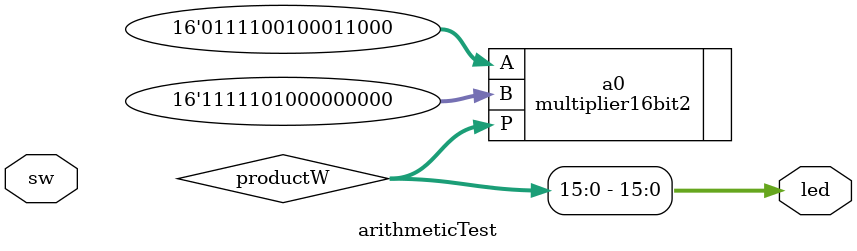
<source format=v>
`timescale 1ns / 1ps


module arithmeticTest(
    output [15:0] led,
    input [15:0] sw
    );
  
wire [31:0] productW;
  
multiplier16bit2 a0(
    .A(16'h7918),
    .B(16'hFA00),
    .P(productW)
);

assign led = productW[15:0];

endmodule

</source>
